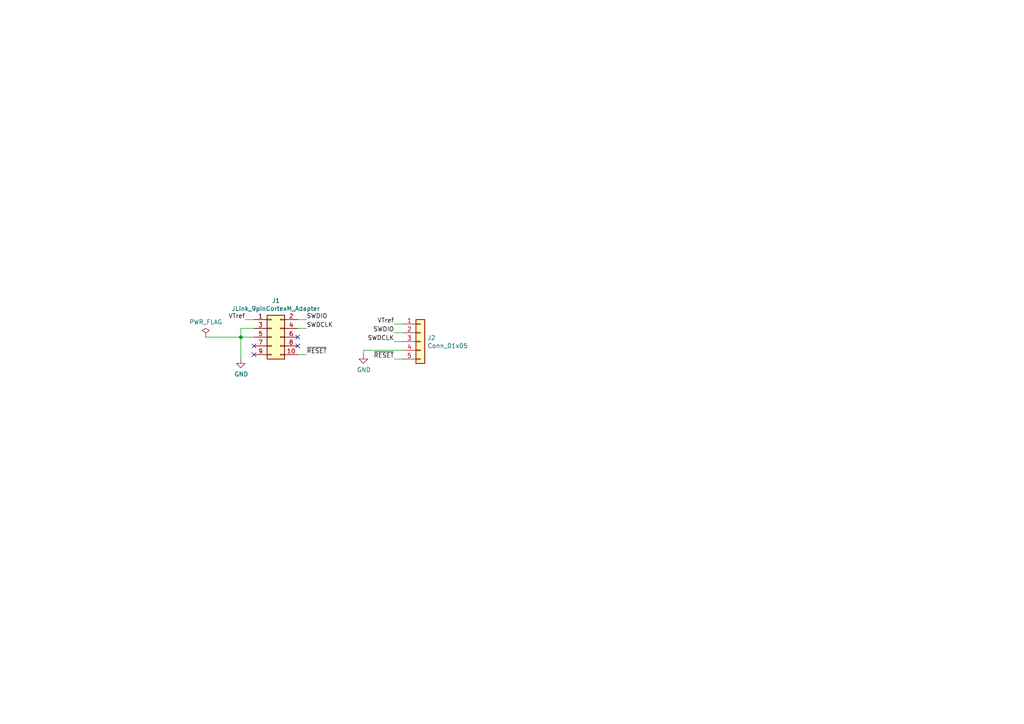
<source format=kicad_sch>
(kicad_sch (version 20230121) (generator eeschema)
  (paper "A4")
  (title_block (title "SWD2Conthrough") (date "2021-05-27") (rev "A") (company "Akiyuki Okayasu"))
  (lib_symbols
    (symbol "Connector_Generic:Conn_01x05" (pin_names (offset 1.016) hide)
      (property "Reference" "J" (at 0 7.62 0))
      (property "Value" "Conn_01x05" (at 0 -7.62 0))
      (symbol "Conn_01x05_1_1"
        (rectangle (start -1.27 -4.953) (end 0 -5.207) (stroke (width 0.1524)))
        (rectangle (start -1.27 -2.413) (end 0 -2.667) (stroke (width 0.1524)))
        (rectangle (start -1.27 0.127) (end 0 -0.127) (stroke (width 0.1524)))
        (rectangle (start -1.27 2.667) (end 0 2.413) (stroke (width 0.1524)))
        (rectangle (start -1.27 5.207) (end 0 4.953) (stroke (width 0.1524)))
        (rectangle (start -1.27 6.35) (end 1.27 -6.35) (stroke (width 0.254)) (fill (type background)))
        (pin passive line (at -5.08 5.08 0) (length 3.81) (name "Pin_1") (number "1"))
        (pin passive line (at -5.08 2.54 0) (length 3.81) (name "Pin_2") (number "2"))
        (pin passive line (at -5.08 0 0) (length 3.81) (name "Pin_3") (number "3"))
        (pin passive line (at -5.08 -2.54 0) (length 3.81) (name "Pin_4") (number "4"))
        (pin passive line (at -5.08 -5.08 0) (length 3.81) (name "Pin_5") (number "5"))
      )
    )
    (symbol "Connector_Generic:Conn_02x05_Odd_Even" (pin_names (offset 1.016) hide)
      (property "Reference" "J" (at 1.27 7.62 0))
      (property "Value" "Conn_02x05_Odd_Even" (at 1.27 -7.62 0))
      (symbol "Conn_02x05_Odd_Even_1_1"
        (rectangle (start -1.27 -4.953) (end 0 -5.207) (stroke (width 0.1524)))
        (rectangle (start -1.27 -2.413) (end 0 -2.667) (stroke (width 0.1524)))
        (rectangle (start -1.27 0.127) (end 0 -0.127) (stroke (width 0.1524)))
        (rectangle (start -1.27 2.667) (end 0 2.413) (stroke (width 0.1524)))
        (rectangle (start -1.27 5.207) (end 0 4.953) (stroke (width 0.1524)))
        (rectangle (start -1.27 6.35) (end 3.81 -6.35) (stroke (width 0.254)) (fill (type background)))
        (rectangle (start 3.81 -4.953) (end 2.54 -5.207) (stroke (width 0.1524)))
        (rectangle (start 3.81 -2.413) (end 2.54 -2.667) (stroke (width 0.1524)))
        (rectangle (start 3.81 0.127) (end 2.54 -0.127) (stroke (width 0.1524)))
        (rectangle (start 3.81 2.667) (end 2.54 2.413) (stroke (width 0.1524)))
        (rectangle (start 3.81 5.207) (end 2.54 4.953) (stroke (width 0.1524)))
        (pin passive line (at -5.08 5.08 0) (length 3.81) (name "Pin_1") (number "1"))
        (pin passive line (at 7.62 -5.08 180) (length 3.81) (name "Pin_10") (number "10"))
        (pin passive line (at 7.62 5.08 180) (length 3.81) (name "Pin_2") (number "2"))
        (pin passive line (at -5.08 2.54 0) (length 3.81) (name "Pin_3") (number "3"))
        (pin passive line (at 7.62 2.54 180) (length 3.81) (name "Pin_4") (number "4"))
        (pin passive line (at -5.08 0 0) (length 3.81) (name "Pin_5") (number "5"))
        (pin passive line (at 7.62 0 180) (length 3.81) (name "Pin_6") (number "6"))
        (pin passive line (at -5.08 -2.54 0) (length 3.81) (name "Pin_7") (number "7"))
        (pin passive line (at 7.62 -2.54 180) (length 3.81) (name "Pin_8") (number "8"))
        (pin passive line (at -5.08 -5.08 0) (length 3.81) (name "Pin_9") (number "9"))
      )
    )
    (symbol "power:GND" (power) (pin_names (offset 0))
      (property "Value" "GND" (at 0 -3.81 0))
      (symbol "GND_0_1"
        (polyline (pts (xy 0 0) (xy 0 -1.27) (xy 1.27 -1.27) (xy 0 -2.54) (xy -1.27 -1.27) (xy 0 -1.27)))
      )
      (symbol "GND_1_1"
        (pin power_in line (at 0 0 270) (length 0) hide (name "GND") (number "1"))
      )
    )
    (symbol "power:PWR_FLAG" (power) (pin_numbers hide) (pin_names (offset 0) hide)
      (property "Value" "PWR_FLAG" (at 0 3.81 0))
      (symbol "PWR_FLAG_0_0"
        (pin power_out line (at 0 0 90) (length 0) (name "pwr") (number "1"))
      )
      (symbol "PWR_FLAG_0_1"
        (polyline (pts (xy 0 0) (xy 0 1.27) (xy -1.016 1.905) (xy 0 2.54) (xy 1.016 1.905) (xy 0 1.27)))
      )
    )
  )
  (junction (at 69.85 97.79))
  (no_connect (at 86.36 97.79))
  (no_connect (at 73.66 102.87))
  (no_connect (at 73.66 100.33))
  (no_connect (at 86.36 100.33))
  (wire (pts (xy 88.9 92.71) (xy 86.36 92.71)))
  (wire (pts (xy 88.9 95.25) (xy 86.36 95.25)))
  (wire (pts (xy 105.41 101.6) (xy 105.41 102.87)))
  (wire (pts (xy 114.3 96.52) (xy 116.84 96.52)))
  (wire (pts (xy 114.3 93.98) (xy 116.84 93.98)))
  (wire (pts (xy 88.9 102.87) (xy 86.36 102.87)))
  (wire (pts (xy 59.69 97.79) (xy 69.85 97.79)))
  (wire (pts (xy 116.84 101.6) (xy 105.41 101.6)))
  (wire (pts (xy 114.3 104.14) (xy 116.84 104.14)))
  (wire (pts (xy 71.12 92.71) (xy 73.66 92.71)))
  (wire (pts (xy 73.66 95.25) (xy 69.85 95.25)))
  (wire (pts (xy 69.85 97.79) (xy 73.66 97.79)))
  (wire (pts (xy 69.85 104.14) (xy 69.85 97.79)))
  (wire (pts (xy 114.3 99.06) (xy 116.84 99.06)))
  (wire (pts (xy 69.85 95.25) (xy 69.85 97.79)))
  (label "~{RESET}" (at 114.3 104.14 180))
  (label "SWDCLK" (at 114.3 99.06 180))
  (label "SWDIO" (at 114.3 96.52 180))
  (label "VTref" (at 71.12 92.71 180))
  (label "VTref" (at 114.3 93.98 180))
  (label "~{RESET}" (at 88.9 102.87 0))
  (label "SWDCLK" (at 88.9 95.25 0))
  (label "SWDIO" (at 88.9 92.71 0))
  (symbol (lib_id "Connector_Generic:Conn_02x05_Odd_Even") (at 78.74 97.79 0) (unit 1)
    (property "Reference" "J1" (at 80.01 87.1982 0))
    (property "Value" "JLink_9pinCortexM_Adapter" (at 80.01 89.5096 0))
    (property "Footprint" "Connector_PinHeader_1.27mm:PinHeader_2x05_P1.27mm_Vertical" (effects hide))
  )
  (symbol (lib_id "Connector_Generic:Conn_01x05") (at 121.92 99.06 0) (unit 1)
    (property "Reference" "J2" (at 123.952 97.9932 0) (effects (justify left)))
    (property "Value" "Conn_01x05" (at 123.952 100.3046 0) (effects (justify left)))
    (property "Footprint" "Akiyuki_Footprint:Mac8_XB-1_P1.27mm_Vertical_5pin" (effects hide))
  )
  (symbol (lib_id "power:GND") (at 69.85 104.14 0) (unit 1)
    (property "Reference" "#PWR01" (effects hide))
    (property "Value" "GND" (at 69.977 108.5342 0))
  )
  (symbol (lib_id "power:PWR_FLAG") (at 59.69 97.79 0) (unit 1)
    (property "Reference" "#FLG01" (effects hide))
    (property "Value" "PWR_FLAG" (at 59.69 93.3958 0))
  )
  (symbol (lib_id "power:GND") (at 105.41 102.87 0) (unit 1)
    (property "Reference" "#PWR02" (effects hide))
    (property "Value" "GND" (at 105.537 107.2642 0))
  )
)
</source>
